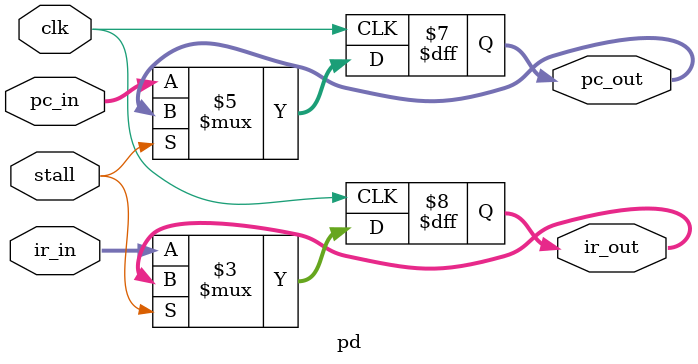
<source format=v>
/*
 * Copyright (C) 2023  Nikola Lukic <lukicn@protonmail.com>
 * This source describes Open Hardware and is licensed under the CERN-OHL-W v2
 *
 * You may redistribute and modify this documentation and make products
 * using it under the terms of the CERN-OHL-W v2 (https:/cern.ch/cern-ohl).
 * This documentation is distributed WITHOUT ANY EXPRESS OR IMPLIED
 * WARRANTY, INCLUDING OF MERCHANTABILITY, SATISFACTORY QUALITY
 * AND FITNESS FOR A PARTICULAR PURPOSE. Please see the CERN-OHL-W v2
 * for applicable conditions.
 *
 * Source location: https://www.github.com/kiclu/rv6
 *
 * As per CERN-OHL-W v2 section 4.1, should You produce hardware based on
 * these sources, You must maintain the Source Location visible on the
 * external case of any product you make using this documentation.
 */

module pd(
    input      [63:0] pc_in,
    input      [31:0] ir_in,

    output reg [63:0] pc_out,
    output reg [31:0] ir_out,

    input             stall,

    input             clk
);

    always @(negedge clk) begin
        if(!stall) begin
            casez(ir_in)
                default: begin
                    pc_out <= pc_in;
                    ir_out <= ir_in;
                end
            endcase
        end
    end

endmodule

</source>
